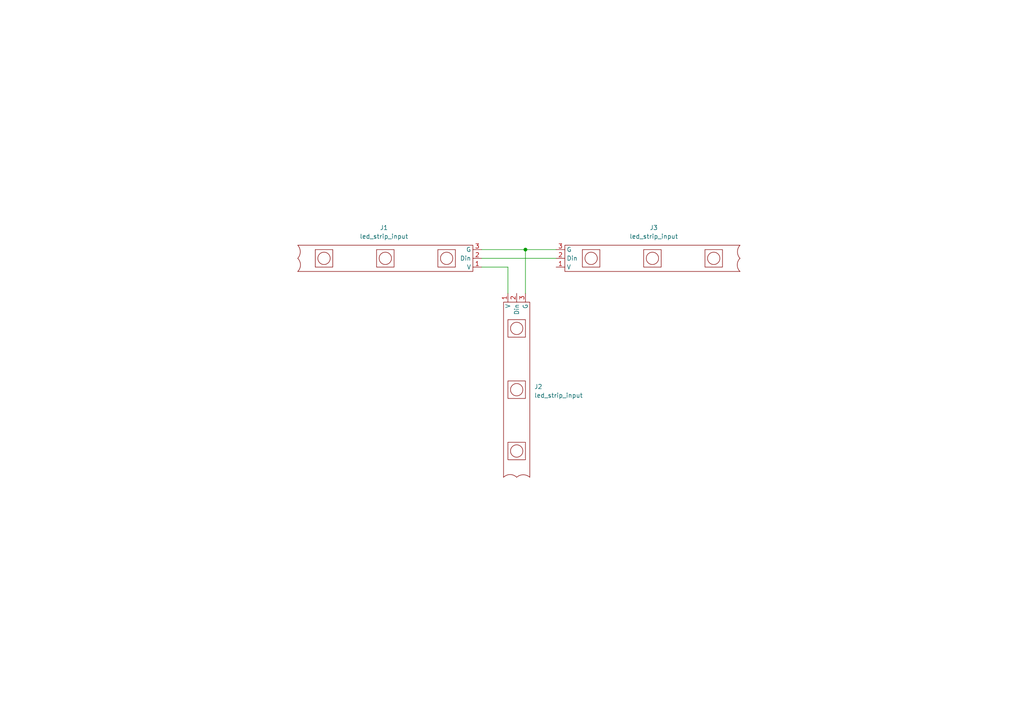
<source format=kicad_sch>
(kicad_sch (version 20211123) (generator eeschema)
  (paper "A4")
  (lib_symbols
    (symbol "led_strip_lib:led_strip_input"
      (property "Reference" "J" (at 1.27 1.27 0))
      (property "Value" "led_strip_input" (at -5.08 1.27 0))
      (symbol "led_strip_input_0_1"
        (polyline (pts (xy 50.8 -7.62) (xy 0 -7.62) (xy 0 0) (xy 50.8 0)))
        (rectangle (start 5.08 -1.27) (end 10.16 -6.35))
        (circle (center 7.62 -3.81) (radius 1.7961))
        (rectangle (start 22.86 -1.27) (end 27.94 -6.35))
        (circle (center 25.4 -3.81) (radius 1.7961))
        (rectangle (start 40.64 -1.27) (end 45.72 -6.35))
        (circle (center 43.18 -3.81) (radius 1.7961))
        (arc (start 50.8 -3.81) (mid 50.0712 -5.715) (end 50.8 -7.62))
        (arc (start 50.8 0) (mid 46.2009 -1.905) (end 50.8 -3.81))
      )
      (symbol "led_strip_input_1_1"
        (pin input line (at -2.54 -1.27 0) (length 2.54) (name "V") (number "1"))
        (pin input line (at -2.54 -3.81 0) (length 2.54) (name "Din") (number "2"))
        (pin input line (at -2.54 -6.35 0) (length 2.54) (name "G") (number "3"))
      )
    )
  )
  (junction (at 152.4 72.39))
  (wire (pts (xy 139.7 72.39) (xy 152.4 72.39)))
  (wire (pts (xy 152.4 72.39) (xy 161.29 72.39)))
  (wire (pts (xy 139.7 77.47) (xy 147.32 77.47)))
  (wire (pts (xy 152.4 72.39) (xy 152.4 85.09)))
  (wire (pts (xy 147.32 77.47) (xy 147.32 85.09)))
  (wire (pts (xy 139.7 74.93) (xy 161.29 74.93)))
  (symbol (lib_id "led_strip_lib:led_strip_input") (at 163.83 78.74 0) (mirror x) (unit 1)
    (property "Reference" "J3" (at 189.6245 66.04 0))
    (property "Value" "led_strip_input" (at 189.6245 68.58 0))
    (property "Footprint" "ledstrip_footprints:strip_print_input" (effects hide))
  )
  (symbol (lib_id "led_strip_lib:led_strip_input") (at 137.16 78.74 180) (unit 1)
    (property "Reference" "J1" (at 111.3654 66.04 0))
    (property "Value" "led_strip_input" (at 111.3654 68.58 0))
    (property "Footprint" "ledstrip_footprints:strip_print_input" (effects hide))
  )
  (symbol (lib_id "led_strip_lib:led_strip_input") (at 146.05 87.63 90) (mirror x) (unit 1)
    (property "Reference" "J2" (at 154.94 112.1544 90) (effects (justify right)))
    (property "Value" "led_strip_input" (at 154.94 114.6944 90) (effects (justify right)))
    (property "Footprint" "ledstrip_footprints:strip_print_input" (effects hide))
  )
)
</source>
